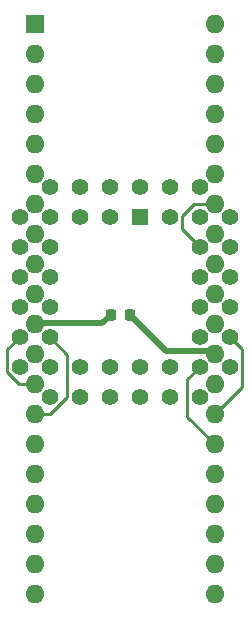
<source format=gbl>
%TF.GenerationSoftware,KiCad,Pcbnew,(6.0.0)*%
%TF.CreationDate,2022-03-13T18:44:15-04:00*%
%TF.ProjectId,z80plcc to dip,7a383070-6c63-4632-9074-6f206469702e,rev?*%
%TF.SameCoordinates,Original*%
%TF.FileFunction,Copper,L2,Bot*%
%TF.FilePolarity,Positive*%
%FSLAX46Y46*%
G04 Gerber Fmt 4.6, Leading zero omitted, Abs format (unit mm)*
G04 Created by KiCad (PCBNEW (6.0.0)) date 2022-03-13 18:44:15*
%MOMM*%
%LPD*%
G01*
G04 APERTURE LIST*
G04 Aperture macros list*
%AMRoundRect*
0 Rectangle with rounded corners*
0 $1 Rounding radius*
0 $2 $3 $4 $5 $6 $7 $8 $9 X,Y pos of 4 corners*
0 Add a 4 corners polygon primitive as box body*
4,1,4,$2,$3,$4,$5,$6,$7,$8,$9,$2,$3,0*
0 Add four circle primitives for the rounded corners*
1,1,$1+$1,$2,$3*
1,1,$1+$1,$4,$5*
1,1,$1+$1,$6,$7*
1,1,$1+$1,$8,$9*
0 Add four rect primitives between the rounded corners*
20,1,$1+$1,$2,$3,$4,$5,0*
20,1,$1+$1,$4,$5,$6,$7,0*
20,1,$1+$1,$6,$7,$8,$9,0*
20,1,$1+$1,$8,$9,$2,$3,0*%
G04 Aperture macros list end*
%TA.AperFunction,ComponentPad*%
%ADD10R,1.422400X1.422400*%
%TD*%
%TA.AperFunction,ComponentPad*%
%ADD11C,1.422400*%
%TD*%
%TA.AperFunction,ComponentPad*%
%ADD12R,1.600000X1.600000*%
%TD*%
%TA.AperFunction,ComponentPad*%
%ADD13O,1.600000X1.600000*%
%TD*%
%TA.AperFunction,SMDPad,CuDef*%
%ADD14RoundRect,0.225000X-0.225000X-0.250000X0.225000X-0.250000X0.225000X0.250000X-0.225000X0.250000X0*%
%TD*%
%TA.AperFunction,Conductor*%
%ADD15C,0.500000*%
%TD*%
%TA.AperFunction,Conductor*%
%ADD16C,0.250000*%
%TD*%
G04 APERTURE END LIST*
D10*
%TO.P,IC1,1,A11*%
%TO.N,/A11*%
X127360000Y-84455000D03*
D11*
%TO.P,IC1,2,A12*%
%TO.N,/A12*%
X124820000Y-81915000D03*
%TO.P,IC1,3,A13*%
%TO.N,/A13*%
X124820000Y-84455000D03*
%TO.P,IC1,4,A14*%
%TO.N,/A14*%
X122280000Y-81915000D03*
%TO.P,IC1,5,A15*%
%TO.N,/A15*%
X122280000Y-84455000D03*
%TO.P,IC1,6,NC_1*%
%TO.N,unconnected-(IC1-Pad6)*%
X119740000Y-81915000D03*
%TO.P,IC1,7,CLK*%
%TO.N,/clk*%
X117200000Y-84455000D03*
%TO.P,IC1,8,D4*%
%TO.N,/D4*%
X119740000Y-84455000D03*
%TO.P,IC1,9,D3*%
%TO.N,/D3*%
X117200000Y-86995000D03*
%TO.P,IC1,10,D5*%
%TO.N,/D5*%
X119740000Y-86995000D03*
%TO.P,IC1,11,D6*%
%TO.N,/D6*%
X117200000Y-89535000D03*
%TO.P,IC1,12,NC_2*%
%TO.N,unconnected-(IC1-Pad12)*%
X119740000Y-89535000D03*
%TO.P,IC1,13,+5V*%
%TO.N,+5V*%
X117200000Y-92075000D03*
%TO.P,IC1,14,D2*%
%TO.N,/D2*%
X119740000Y-92075000D03*
%TO.P,IC1,15,D7*%
%TO.N,/D7*%
X117200000Y-94615000D03*
%TO.P,IC1,16,D0*%
%TO.N,/D0*%
X119740000Y-94615000D03*
%TO.P,IC1,17,D1*%
%TO.N,/D1*%
X117200000Y-97155000D03*
%TO.P,IC1,18,/INT*%
%TO.N,/int*%
X119740000Y-99695000D03*
%TO.P,IC1,19,/NMI*%
%TO.N,/nmi*%
X119740000Y-97155000D03*
%TO.P,IC1,20,/HALT*%
%TO.N,/halt*%
X122280000Y-99695000D03*
%TO.P,IC1,21,/MREQ*%
%TO.N,/mreq*%
X122280000Y-97155000D03*
%TO.P,IC1,22,/IORQ*%
%TO.N,/ioreq*%
X124820000Y-99695000D03*
%TO.P,IC1,23,/RD*%
%TO.N,/rd*%
X124820000Y-97155000D03*
%TO.P,IC1,24,NC_3*%
%TO.N,unconnected-(IC1-Pad24)*%
X127360000Y-99695000D03*
%TO.P,IC1,25,NC_4*%
%TO.N,unconnected-(IC1-Pad25)*%
X127360000Y-97155000D03*
%TO.P,IC1,26,/WR*%
%TO.N,/wr*%
X129900000Y-99695000D03*
%TO.P,IC1,27,/BUSACK*%
%TO.N,/busack*%
X129900000Y-97155000D03*
%TO.P,IC1,28,/WAIT*%
%TO.N,/wait*%
X132440000Y-99695000D03*
%TO.P,IC1,29,/BUSREQ*%
%TO.N,/busrq*%
X134980000Y-97155000D03*
%TO.P,IC1,30,/RESET*%
%TO.N,/rst*%
X132440000Y-97155000D03*
%TO.P,IC1,31,/M1*%
%TO.N,/m1*%
X134980000Y-94615000D03*
%TO.P,IC1,32,/RFSH*%
%TO.N,/rfsh*%
X132440000Y-94615000D03*
%TO.P,IC1,33,GND*%
%TO.N,GND*%
X134980000Y-92075000D03*
%TO.P,IC1,34,A0*%
%TO.N,/A0*%
X132440000Y-92075000D03*
%TO.P,IC1,35,A1*%
%TO.N,/A1*%
X134980000Y-89535000D03*
%TO.P,IC1,36,A2*%
%TO.N,/A2*%
X132440000Y-89535000D03*
%TO.P,IC1,37,A3*%
%TO.N,/A3*%
X134980000Y-86995000D03*
%TO.P,IC1,38,A4*%
%TO.N,/A4*%
X132440000Y-86995000D03*
%TO.P,IC1,39,A5*%
%TO.N,/A5*%
X134980000Y-84455000D03*
%TO.P,IC1,40,A6*%
%TO.N,/A6*%
X132440000Y-81915000D03*
%TO.P,IC1,41,A7*%
%TO.N,/A7*%
X132440000Y-84455000D03*
%TO.P,IC1,42,A8*%
%TO.N,/A8*%
X129900000Y-81915000D03*
%TO.P,IC1,43,A9*%
%TO.N,/A9*%
X129900000Y-84455000D03*
%TO.P,IC1,44,A10*%
%TO.N,/A10*%
X127360000Y-81915000D03*
%TD*%
D12*
%TO.P,U1,1,A11*%
%TO.N,/A11*%
X118465000Y-68089500D03*
D13*
%TO.P,U1,2,A12*%
%TO.N,/A12*%
X118465000Y-70629500D03*
%TO.P,U1,3,A13*%
%TO.N,/A13*%
X118465000Y-73169500D03*
%TO.P,U1,4,A14*%
%TO.N,/A14*%
X118465000Y-75709500D03*
%TO.P,U1,5,A15*%
%TO.N,/A15*%
X118465000Y-78249500D03*
%TO.P,U1,6,~{CLK}*%
%TO.N,/clk*%
X118465000Y-80789500D03*
%TO.P,U1,7,D4*%
%TO.N,/D4*%
X118465000Y-83329500D03*
%TO.P,U1,8,D3*%
%TO.N,/D3*%
X118465000Y-85869500D03*
%TO.P,U1,9,D5*%
%TO.N,/D5*%
X118465000Y-88409500D03*
%TO.P,U1,10,D6*%
%TO.N,/D6*%
X118465000Y-90949500D03*
%TO.P,U1,11,VCC*%
%TO.N,+5V*%
X118465000Y-93489500D03*
%TO.P,U1,12,D2*%
%TO.N,/D2*%
X118465000Y-96029500D03*
%TO.P,U1,13,D7*%
%TO.N,/D7*%
X118465000Y-98569500D03*
%TO.P,U1,14,D0*%
%TO.N,/D0*%
X118465000Y-101109500D03*
%TO.P,U1,15,D1*%
%TO.N,/D1*%
X118465000Y-103649500D03*
%TO.P,U1,16,~{INT}*%
%TO.N,/int*%
X118465000Y-106189500D03*
%TO.P,U1,17,~{NMI}*%
%TO.N,/nmi*%
X118465000Y-108729500D03*
%TO.P,U1,18,~{HALT}*%
%TO.N,/halt*%
X118465000Y-111269500D03*
%TO.P,U1,19,~{MREQ}*%
%TO.N,/mreq*%
X118465000Y-113809500D03*
%TO.P,U1,20,~{IORQ}*%
%TO.N,/ioreq*%
X118465000Y-116349500D03*
%TO.P,U1,21,~{RD}*%
%TO.N,/rd*%
X133705000Y-116349500D03*
%TO.P,U1,22,~{WR}*%
%TO.N,/wr*%
X133705000Y-113809500D03*
%TO.P,U1,23,~{BUSACK}*%
%TO.N,/busack*%
X133705000Y-111269500D03*
%TO.P,U1,24,~{WAIT}*%
%TO.N,/wait*%
X133705000Y-108729500D03*
%TO.P,U1,25,~{BUSRQ}*%
%TO.N,/busrq*%
X133705000Y-106189500D03*
%TO.P,U1,26,~{RESET}*%
%TO.N,/rst*%
X133705000Y-103649500D03*
%TO.P,U1,27,~{M1}*%
%TO.N,/m1*%
X133705000Y-101109500D03*
%TO.P,U1,28,~{RFSH}*%
%TO.N,/rfsh*%
X133705000Y-98569500D03*
%TO.P,U1,29,GND*%
%TO.N,GND*%
X133705000Y-96029500D03*
%TO.P,U1,30,A0*%
%TO.N,/A0*%
X133705000Y-93489500D03*
%TO.P,U1,31,A1*%
%TO.N,/A1*%
X133705000Y-90949500D03*
%TO.P,U1,32,A2*%
%TO.N,/A2*%
X133705000Y-88409500D03*
%TO.P,U1,33,A3*%
%TO.N,/A3*%
X133705000Y-85869500D03*
%TO.P,U1,34,A4*%
%TO.N,/A4*%
X133705000Y-83329500D03*
%TO.P,U1,35,A5*%
%TO.N,/A5*%
X133705000Y-80789500D03*
%TO.P,U1,36,A6*%
%TO.N,/A6*%
X133705000Y-78249500D03*
%TO.P,U1,37,A7*%
%TO.N,/A7*%
X133705000Y-75709500D03*
%TO.P,U1,38,A8*%
%TO.N,/A8*%
X133705000Y-73169500D03*
%TO.P,U1,39,A9*%
%TO.N,/A9*%
X133705000Y-70629500D03*
%TO.P,U1,40,A10*%
%TO.N,/A10*%
X133705000Y-68089500D03*
%TD*%
D14*
%TO.P,C1,1*%
%TO.N,+5V*%
X124955000Y-92710000D03*
%TO.P,C1,2*%
%TO.N,GND*%
X126505000Y-92710000D03*
%TD*%
D15*
%TO.N,+5V*%
X124210711Y-93454289D02*
X124955000Y-92710000D01*
X118500211Y-93454289D02*
X124210711Y-93454289D01*
X118465000Y-93489500D02*
X118500211Y-93454289D01*
%TO.N,GND*%
X133451211Y-95775711D02*
X133705000Y-96029500D01*
X129570711Y-95775711D02*
X133451211Y-95775711D01*
X126505000Y-92710000D02*
X129570711Y-95775711D01*
D16*
%TO.N,/D0*%
X121244289Y-99655429D02*
X121244289Y-96119289D01*
X119790218Y-101109500D02*
X121244289Y-99655429D01*
X121244289Y-96119289D02*
X119740000Y-94615000D01*
X118465000Y-101109500D02*
X119790218Y-101109500D01*
%TO.N,/D7*%
X116164289Y-97584007D02*
X116164289Y-95650711D01*
X117149782Y-98569500D02*
X116164289Y-97584007D01*
X116164289Y-95650711D02*
X117200000Y-94615000D01*
X118465000Y-98569500D02*
X117149782Y-98569500D01*
%TO.N,/rst*%
X133705000Y-103649500D02*
X131404289Y-101348789D01*
X131404289Y-101348789D02*
X131404289Y-98190711D01*
X131404289Y-98190711D02*
X132440000Y-97155000D01*
%TO.N,/A4*%
X130935711Y-84329289D02*
X130935711Y-85490711D01*
X131935500Y-83329500D02*
X130935711Y-84329289D01*
X130935711Y-85490711D02*
X132440000Y-86995000D01*
X133705000Y-83329500D02*
X131935500Y-83329500D01*
%TO.N,/m1*%
X133705000Y-101109500D02*
X136015711Y-98798789D01*
X136015711Y-98798789D02*
X136015711Y-95650711D01*
X136015711Y-95650711D02*
X134980000Y-94615000D01*
%TD*%
M02*

</source>
